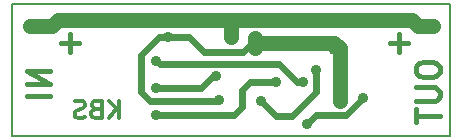
<source format=gbr>
%TF.GenerationSoftware,KiCad,Pcbnew,5.1.9-1.fc32*%
%TF.CreationDate,2021-02-20T11:42:22+01:00*%
%TF.ProjectId,rgb_led_strip_amp,7267625f-6c65-4645-9f73-747269705f61,rev?*%
%TF.SameCoordinates,Original*%
%TF.FileFunction,Copper,L2,Bot*%
%TF.FilePolarity,Positive*%
%FSLAX46Y46*%
G04 Gerber Fmt 4.6, Leading zero omitted, Abs format (unit mm)*
G04 Created by KiCad (PCBNEW 5.1.9-1.fc32) date 2021-02-20 11:42:22*
%MOMM*%
%LPD*%
G01*
G04 APERTURE LIST*
%TA.AperFunction,Profile*%
%ADD10C,0.050000*%
%TD*%
%TA.AperFunction,NonConductor*%
%ADD11C,0.150000*%
%TD*%
%TA.AperFunction,NonConductor*%
%ADD12C,0.400000*%
%TD*%
%TA.AperFunction,NonConductor*%
%ADD13C,0.300000*%
%TD*%
%TA.AperFunction,ViaPad*%
%ADD14C,0.900000*%
%TD*%
%TA.AperFunction,ViaPad*%
%ADD15C,1.000000*%
%TD*%
%TA.AperFunction,Conductor*%
%ADD16C,0.609600*%
%TD*%
%TA.AperFunction,Conductor*%
%ADD17C,1.270000*%
%TD*%
G04 APERTURE END LIST*
D10*
X186944000Y-127762000D02*
X149860000Y-127762000D01*
X186944000Y-138938000D02*
X186944000Y-127762000D01*
X149860000Y-138938000D02*
X186944000Y-138938000D01*
X149860000Y-127762000D02*
X149860000Y-138938000D01*
D11*
X149860000Y-138938000D02*
X149860000Y-127762000D01*
X186944000Y-138938000D02*
X149860000Y-138938000D01*
X186944000Y-127762000D02*
X186944000Y-138938000D01*
X149860000Y-127762000D02*
X186944000Y-127762000D01*
D12*
X183387904Y-131079857D02*
X181864095Y-131079857D01*
X182626000Y-131841761D02*
X182626000Y-130317952D01*
X184070761Y-133128000D02*
X184070761Y-133508952D01*
X184166000Y-133699428D01*
X184356476Y-133889904D01*
X184737428Y-133985142D01*
X185404095Y-133985142D01*
X185785047Y-133889904D01*
X185975523Y-133699428D01*
X186070761Y-133508952D01*
X186070761Y-133128000D01*
X185975523Y-132937523D01*
X185785047Y-132747047D01*
X185404095Y-132651809D01*
X184737428Y-132651809D01*
X184356476Y-132747047D01*
X184166000Y-132937523D01*
X184070761Y-133128000D01*
X184070761Y-134842285D02*
X185689809Y-134842285D01*
X185880285Y-134937523D01*
X185975523Y-135032761D01*
X186070761Y-135223238D01*
X186070761Y-135604190D01*
X185975523Y-135794666D01*
X185880285Y-135889904D01*
X185689809Y-135985142D01*
X184070761Y-135985142D01*
X184070761Y-136651809D02*
X184070761Y-137794666D01*
X186070761Y-137223238D02*
X184070761Y-137223238D01*
X151114238Y-135540619D02*
X153114238Y-135540619D01*
X151114238Y-134588238D02*
X153114238Y-134588238D01*
X151114238Y-133445380D01*
X153114238Y-133445380D01*
X155574904Y-131079857D02*
X154051095Y-131079857D01*
X154813000Y-131841761D02*
X154813000Y-130317952D01*
D13*
X158956142Y-137457571D02*
X158956142Y-135957571D01*
X158099000Y-137457571D02*
X158741857Y-136600428D01*
X158099000Y-135957571D02*
X158956142Y-136814714D01*
X156956142Y-136671857D02*
X156741857Y-136743285D01*
X156670428Y-136814714D01*
X156599000Y-136957571D01*
X156599000Y-137171857D01*
X156670428Y-137314714D01*
X156741857Y-137386142D01*
X156884714Y-137457571D01*
X157456142Y-137457571D01*
X157456142Y-135957571D01*
X156956142Y-135957571D01*
X156813285Y-136029000D01*
X156741857Y-136100428D01*
X156670428Y-136243285D01*
X156670428Y-136386142D01*
X156741857Y-136529000D01*
X156813285Y-136600428D01*
X156956142Y-136671857D01*
X157456142Y-136671857D01*
X156027571Y-137386142D02*
X155813285Y-137457571D01*
X155456142Y-137457571D01*
X155313285Y-137386142D01*
X155241857Y-137314714D01*
X155170428Y-137171857D01*
X155170428Y-137029000D01*
X155241857Y-136886142D01*
X155313285Y-136814714D01*
X155456142Y-136743285D01*
X155741857Y-136671857D01*
X155884714Y-136600428D01*
X155956142Y-136529000D01*
X156027571Y-136386142D01*
X156027571Y-136243285D01*
X155956142Y-136100428D01*
X155884714Y-136029000D01*
X155741857Y-135957571D01*
X155384714Y-135957571D01*
X155170428Y-136029000D01*
D14*
%TO.N,GND*%
X163068000Y-130556000D03*
X167386000Y-135890000D03*
D15*
X170434000Y-131500000D03*
X170434000Y-130600000D03*
X177609500Y-135953500D03*
X177165000Y-131572000D03*
%TO.N,+12V*%
X185547000Y-129667000D03*
X151384000Y-129667000D03*
X152220000Y-129667000D03*
X184700000Y-129667000D03*
X168402000Y-130700000D03*
X168402000Y-129850000D03*
D14*
%TO.N,Net-(Q1-Pad1)*%
X162052000Y-132588000D03*
X174498000Y-134366000D03*
%TO.N,Net-(Q3-Pad3)*%
X175641000Y-133350000D03*
X170942000Y-136017000D03*
%TO.N,Net-(Q3-Pad1)*%
X167132000Y-133858000D03*
X162052000Y-134874000D03*
%TO.N,Net-(Q5-Pad1)*%
X172212000Y-134366000D03*
X162052000Y-137160000D03*
%TO.N,Net-(Q5-Pad3)*%
X174879000Y-137922000D03*
X179578000Y-135763000D03*
%TD*%
D16*
%TO.N,GND*%
X162306000Y-130556000D02*
X163068000Y-130556000D01*
X160782000Y-132080000D02*
X162306000Y-130556000D01*
X170402000Y-131064000D02*
X170402000Y-131064000D01*
D17*
X171704000Y-131064000D02*
X170402000Y-131064000D01*
X170688000Y-131064000D02*
X171704000Y-131064000D01*
D16*
X164846000Y-130556000D02*
X166116000Y-131826000D01*
X163068000Y-130556000D02*
X164846000Y-130556000D01*
X170402000Y-131064000D02*
X170180000Y-131064000D01*
X169418000Y-131826000D02*
X166116000Y-131826000D01*
X170180000Y-131064000D02*
X169418000Y-131826000D01*
X170402000Y-131064000D02*
X170688000Y-131064000D01*
D17*
X170434000Y-130700000D02*
X170434000Y-131500000D01*
D16*
X167386000Y-135890000D02*
X167322500Y-135890000D01*
X167322500Y-135890000D02*
X167195500Y-136017000D01*
X167195500Y-136017000D02*
X161544000Y-136017000D01*
X160782000Y-135255000D02*
X160782000Y-132080000D01*
X161544000Y-136017000D02*
X160782000Y-135255000D01*
D17*
X171704000Y-131064000D02*
X177165000Y-131064000D01*
X177609500Y-131508500D02*
X177165000Y-131064000D01*
X177609500Y-135953500D02*
X177609500Y-131508500D01*
%TO.N,+12V*%
X168402000Y-130600000D02*
X168402000Y-129700000D01*
X151384000Y-129667000D02*
X152146000Y-129667000D01*
X185547000Y-129667000D02*
X184785000Y-129667000D01*
X153289000Y-129667000D02*
X152146000Y-129667000D01*
X153797000Y-129159000D02*
X153289000Y-129667000D01*
X168402000Y-129286000D02*
X168275000Y-129159000D01*
X168402000Y-129794000D02*
X168402000Y-129286000D01*
X166878000Y-129159000D02*
X183769000Y-129159000D01*
X168275000Y-129159000D02*
X166878000Y-129159000D01*
X166878000Y-129159000D02*
X153797000Y-129159000D01*
X184277000Y-129667000D02*
X184785000Y-129667000D01*
X183769000Y-129159000D02*
X184277000Y-129667000D01*
D16*
%TO.N,Net-(Q1-Pad1)*%
X173990000Y-134366000D02*
X174498000Y-134366000D01*
X172466000Y-132842000D02*
X173990000Y-134366000D01*
X162179000Y-132588000D02*
X162433000Y-132842000D01*
X162052000Y-132588000D02*
X162179000Y-132588000D01*
X162433000Y-132842000D02*
X172466000Y-132842000D01*
%TO.N,Net-(Q3-Pad3)*%
X172212000Y-137287000D02*
X170942000Y-136017000D01*
X173609000Y-137287000D02*
X172212000Y-137287000D01*
X175641000Y-135255000D02*
X173609000Y-137287000D01*
X175641000Y-133350000D02*
X175641000Y-135255000D01*
%TO.N,Net-(Q3-Pad1)*%
X167132000Y-133858000D02*
X166878000Y-133858000D01*
X165862000Y-134874000D02*
X162052000Y-134874000D01*
X166878000Y-133858000D02*
X165862000Y-134874000D01*
%TO.N,Net-(Q5-Pad1)*%
X168656000Y-137160000D02*
X162052000Y-137160000D01*
X172212000Y-134366000D02*
X170053000Y-134366000D01*
X169354500Y-135064500D02*
X169354500Y-136461500D01*
X170053000Y-134366000D02*
X169354500Y-135064500D01*
X169354500Y-136461500D02*
X168656000Y-137160000D01*
%TO.N,Net-(Q5-Pad3)*%
X174879000Y-137922000D02*
X175641000Y-137160000D01*
X178181000Y-137160000D02*
X179578000Y-135763000D01*
X175641000Y-137160000D02*
X178181000Y-137160000D01*
%TD*%
M02*

</source>
